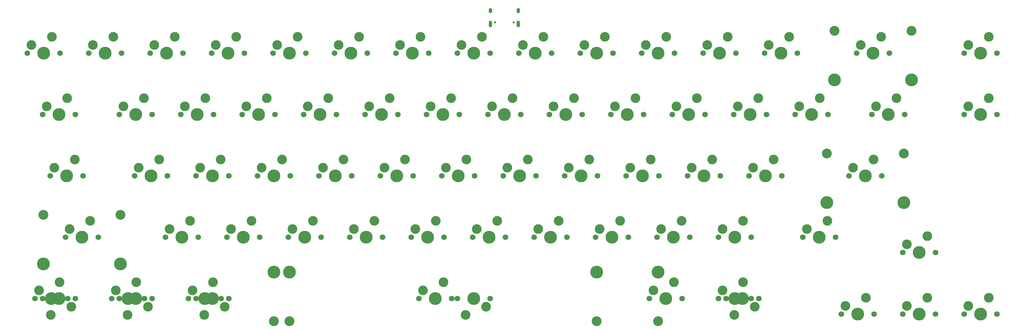
<source format=gts>
%TF.GenerationSoftware,KiCad,Pcbnew,(6.0.10)*%
%TF.CreationDate,2023-05-22T00:42:52-07:00*%
%TF.ProjectId,LFK2,4c464b32-2e6b-4696-9361-645f70636258,rev?*%
%TF.SameCoordinates,Original*%
%TF.FileFunction,Soldermask,Top*%
%TF.FilePolarity,Negative*%
%FSLAX46Y46*%
G04 Gerber Fmt 4.6, Leading zero omitted, Abs format (unit mm)*
G04 Created by KiCad (PCBNEW (6.0.10)) date 2023-05-22 00:42:52*
%MOMM*%
%LPD*%
G01*
G04 APERTURE LIST*
%ADD10C,3.000000*%
%ADD11C,3.987800*%
%ADD12C,1.750000*%
%ADD13C,3.048000*%
%ADD14C,0.650000*%
%ADD15O,1.000000X1.600000*%
%ADD16O,1.000000X2.100000*%
G04 APERTURE END LIST*
D10*
X91122500Y-138430000D03*
D11*
X93662500Y-133350000D03*
D10*
X97472500Y-135890000D03*
D12*
X98742500Y-133350000D03*
X88582500Y-133350000D03*
X260667500Y-57150000D03*
D11*
X255587500Y-57150000D03*
D10*
X251777500Y-54610000D03*
D12*
X250507500Y-57150000D03*
D10*
X258127500Y-52070000D03*
D12*
X232092500Y-76200000D03*
X221932500Y-76200000D03*
D10*
X223202500Y-73660000D03*
D11*
X227012500Y-76200000D03*
D10*
X229552500Y-71120000D03*
X74771250Y-90170000D03*
D12*
X67151250Y-95250000D03*
D11*
X72231250Y-95250000D03*
D10*
X68421250Y-92710000D03*
D12*
X77311250Y-95250000D03*
D10*
X260508750Y-128270000D03*
X254158750Y-130810000D03*
D11*
X257968750Y-133350000D03*
D12*
X263048750Y-133350000D03*
X252888750Y-133350000D03*
X308292500Y-76200000D03*
D10*
X305752500Y-71120000D03*
X299402500Y-73660000D03*
D12*
X298132500Y-76200000D03*
D11*
X303212500Y-76200000D03*
D10*
X117633750Y-128270000D03*
D11*
X115093750Y-133350000D03*
D10*
X111283750Y-130810000D03*
D12*
X110013750Y-133350000D03*
X120173750Y-133350000D03*
D10*
X247015000Y-92710000D03*
X253365000Y-90170000D03*
D11*
X250825000Y-95250000D03*
D12*
X245745000Y-95250000D03*
X255905000Y-95250000D03*
D11*
X165100000Y-114300000D03*
D12*
X160020000Y-114300000D03*
D10*
X167640000Y-109220000D03*
X161290000Y-111760000D03*
D12*
X170180000Y-114300000D03*
X151130000Y-114300000D03*
X140970000Y-114300000D03*
D10*
X148590000Y-109220000D03*
D11*
X146050000Y-114300000D03*
D10*
X142240000Y-111760000D03*
X215265000Y-90170000D03*
D11*
X212725000Y-95250000D03*
D10*
X208915000Y-92710000D03*
D12*
X217805000Y-95250000D03*
X207645000Y-95250000D03*
D11*
X91281250Y-133350000D03*
D12*
X96361250Y-133350000D03*
D10*
X87471250Y-130810000D03*
X93821250Y-128270000D03*
D12*
X86201250Y-133350000D03*
X284480000Y-114300000D03*
D10*
X275590000Y-111760000D03*
X281940000Y-109220000D03*
D11*
X279400000Y-114300000D03*
D12*
X274320000Y-114300000D03*
D10*
X313690000Y-135572500D03*
D12*
X312420000Y-138112500D03*
X322580000Y-138112500D03*
D10*
X320040000Y-133032500D03*
D11*
X317500000Y-138112500D03*
D10*
X108902500Y-73660000D03*
D12*
X117792500Y-76200000D03*
D10*
X115252500Y-71120000D03*
D11*
X112712500Y-76200000D03*
D12*
X107632500Y-76200000D03*
X122555000Y-95250000D03*
X112395000Y-95250000D03*
D11*
X117475000Y-95250000D03*
D10*
X120015000Y-90170000D03*
X113665000Y-92710000D03*
X70008750Y-128270000D03*
D12*
X72548750Y-133350000D03*
D10*
X63658750Y-130810000D03*
D11*
X67468750Y-133350000D03*
D12*
X62388750Y-133350000D03*
X236855000Y-95250000D03*
X226695000Y-95250000D03*
D10*
X234315000Y-90170000D03*
X227965000Y-92710000D03*
D11*
X231775000Y-95250000D03*
D12*
X74930000Y-76200000D03*
D10*
X66040000Y-73660000D03*
D12*
X64770000Y-76200000D03*
D11*
X69850000Y-76200000D03*
D10*
X72390000Y-71120000D03*
X194627500Y-54610000D03*
X200977500Y-52070000D03*
D12*
X193357500Y-57150000D03*
D11*
X198437500Y-57150000D03*
D12*
X203517500Y-57150000D03*
D11*
X274637500Y-57150000D03*
D12*
X279717500Y-57150000D03*
D10*
X270827500Y-54610000D03*
D12*
X269557500Y-57150000D03*
D10*
X277177500Y-52070000D03*
X166052500Y-73660000D03*
D12*
X174942500Y-76200000D03*
D11*
X169862500Y-76200000D03*
D12*
X164782500Y-76200000D03*
D10*
X172402500Y-71120000D03*
X127952500Y-73660000D03*
D12*
X126682500Y-76200000D03*
X136842500Y-76200000D03*
D10*
X134302500Y-71120000D03*
D11*
X131762500Y-76200000D03*
D10*
X224790000Y-109220000D03*
X218440000Y-111760000D03*
D11*
X222250000Y-114300000D03*
D12*
X217170000Y-114300000D03*
X227330000Y-114300000D03*
X98107500Y-57150000D03*
D11*
X103187500Y-57150000D03*
D10*
X99377500Y-54610000D03*
X105727500Y-52070000D03*
D12*
X108267500Y-57150000D03*
X179705000Y-95250000D03*
D10*
X177165000Y-90170000D03*
D11*
X174625000Y-95250000D03*
D10*
X170815000Y-92710000D03*
D12*
X169545000Y-95250000D03*
D11*
X336550000Y-138112500D03*
D12*
X341630000Y-138112500D03*
D10*
X339090000Y-133032500D03*
D12*
X331470000Y-138112500D03*
D10*
X332740000Y-135572500D03*
D12*
X341630000Y-119053915D03*
X331470000Y-119053915D03*
D11*
X336550000Y-119053915D03*
D10*
X332740000Y-116513915D03*
X339090000Y-113973915D03*
D11*
X117475000Y-133350000D03*
D10*
X121285000Y-135890000D03*
D12*
X112395000Y-133350000D03*
D10*
X114935000Y-138430000D03*
D12*
X122555000Y-133350000D03*
D10*
X358140000Y-52070000D03*
D12*
X360680000Y-57150000D03*
D11*
X355600000Y-57150000D03*
D12*
X350520000Y-57150000D03*
D10*
X351790000Y-54610000D03*
X323215000Y-73660000D03*
D11*
X327025000Y-76200000D03*
D12*
X332105000Y-76200000D03*
X321945000Y-76200000D03*
D10*
X329565000Y-71120000D03*
X351790000Y-135572500D03*
X358140000Y-133032500D03*
D12*
X360680000Y-138112500D03*
D11*
X355600000Y-138112500D03*
D12*
X350520000Y-138112500D03*
D10*
X266065000Y-92710000D03*
D12*
X264795000Y-95250000D03*
D10*
X272415000Y-90170000D03*
D11*
X269875000Y-95250000D03*
D12*
X274955000Y-95250000D03*
D10*
X73660000Y-135890000D03*
D12*
X74930000Y-133350000D03*
D11*
X69850000Y-133350000D03*
D12*
X64770000Y-133350000D03*
D10*
X67310000Y-138430000D03*
X280352500Y-73660000D03*
D12*
X289242500Y-76200000D03*
D11*
X284162500Y-76200000D03*
D12*
X279082500Y-76200000D03*
D10*
X286702500Y-71120000D03*
D12*
X251142500Y-76200000D03*
X240982500Y-76200000D03*
D10*
X242252500Y-73660000D03*
X248602500Y-71120000D03*
D11*
X246062500Y-76200000D03*
D10*
X324802500Y-52070000D03*
D11*
X334200500Y-65405000D03*
D13*
X334200500Y-50165000D03*
D10*
X318452500Y-54610000D03*
D12*
X317182500Y-57150000D03*
D13*
X310324500Y-50165000D03*
D11*
X322262500Y-57150000D03*
D12*
X327342500Y-57150000D03*
D11*
X310324500Y-65405000D03*
D10*
X175577500Y-54610000D03*
D12*
X174307500Y-57150000D03*
D10*
X181927500Y-52070000D03*
D12*
X184467500Y-57150000D03*
D11*
X179387500Y-57150000D03*
D10*
X100965000Y-90170000D03*
X94615000Y-92710000D03*
D11*
X98425000Y-95250000D03*
D12*
X93345000Y-95250000D03*
X103505000Y-95250000D03*
X136207500Y-57150000D03*
D11*
X141287500Y-57150000D03*
D12*
X146367500Y-57150000D03*
D10*
X137477500Y-54610000D03*
X143827500Y-52070000D03*
D11*
X107950000Y-114300000D03*
D10*
X110490000Y-109220000D03*
X104140000Y-111760000D03*
D12*
X102870000Y-114300000D03*
X113030000Y-114300000D03*
D10*
X67627500Y-52070000D03*
D11*
X65087500Y-57150000D03*
D12*
X60007500Y-57150000D03*
X70167500Y-57150000D03*
D10*
X61277500Y-54610000D03*
X153352500Y-71120000D03*
X147002500Y-73660000D03*
D12*
X155892500Y-76200000D03*
X145732500Y-76200000D03*
D11*
X150812500Y-76200000D03*
D12*
X212407500Y-57150000D03*
D11*
X217487500Y-57150000D03*
D10*
X220027500Y-52070000D03*
X213677500Y-54610000D03*
D12*
X222567500Y-57150000D03*
D11*
X184150000Y-114300000D03*
D10*
X186690000Y-109220000D03*
D12*
X189230000Y-114300000D03*
X179070000Y-114300000D03*
D10*
X180340000Y-111760000D03*
D12*
X310673750Y-114300000D03*
D11*
X305593750Y-114300000D03*
D10*
X308133750Y-109220000D03*
D12*
X300513750Y-114300000D03*
D10*
X301783750Y-111760000D03*
D12*
X286843497Y-133350000D03*
D10*
X279223497Y-138430000D03*
X285573497Y-135890000D03*
D12*
X276683497Y-133350000D03*
D11*
X281763497Y-133350000D03*
X186531250Y-133350000D03*
D12*
X191611250Y-133350000D03*
D10*
X182721250Y-130810000D03*
X189071250Y-128270000D03*
D11*
X136531350Y-125095000D03*
D12*
X181451250Y-133350000D03*
D13*
X236531150Y-140335000D03*
X136531350Y-140335000D03*
D11*
X236531150Y-125095000D03*
D10*
X232727500Y-54610000D03*
X239077500Y-52070000D03*
D11*
X236537500Y-57150000D03*
D12*
X231457500Y-57150000D03*
X241617500Y-57150000D03*
D10*
X204152500Y-73660000D03*
D12*
X213042500Y-76200000D03*
X202882500Y-76200000D03*
D10*
X210502500Y-71120000D03*
D11*
X207962500Y-76200000D03*
D12*
X98742500Y-76200000D03*
D10*
X96202500Y-71120000D03*
D11*
X93662500Y-76200000D03*
D10*
X89852500Y-73660000D03*
D12*
X88582500Y-76200000D03*
X265430000Y-114300000D03*
D10*
X256540000Y-111760000D03*
D12*
X255270000Y-114300000D03*
D11*
X260350000Y-114300000D03*
D10*
X262890000Y-109220000D03*
D12*
X193357500Y-133350000D03*
D11*
X198437500Y-133350000D03*
D13*
X255587500Y-140335000D03*
D11*
X141287500Y-125095000D03*
X255587500Y-125095000D03*
D12*
X203517500Y-133350000D03*
D10*
X195897500Y-138430000D03*
X202247500Y-135890000D03*
D13*
X141287500Y-140335000D03*
D12*
X298767500Y-57150000D03*
X288607500Y-57150000D03*
D11*
X293687500Y-57150000D03*
D10*
X289877500Y-54610000D03*
X296227500Y-52070000D03*
X123190000Y-111760000D03*
D12*
X121920000Y-114300000D03*
D11*
X127000000Y-114300000D03*
D12*
X132080000Y-114300000D03*
D10*
X129540000Y-109220000D03*
X158115000Y-90170000D03*
D12*
X160655000Y-95250000D03*
D11*
X155575000Y-95250000D03*
D10*
X151765000Y-92710000D03*
D12*
X150495000Y-95250000D03*
X198120000Y-114300000D03*
D11*
X203200000Y-114300000D03*
D10*
X205740000Y-109220000D03*
X199390000Y-111760000D03*
D12*
X208280000Y-114300000D03*
X198755000Y-95250000D03*
D10*
X189865000Y-92710000D03*
D11*
X193675000Y-95250000D03*
D12*
X188595000Y-95250000D03*
D10*
X196215000Y-90170000D03*
D13*
X331819250Y-88265000D03*
D12*
X314801250Y-95250000D03*
D11*
X319881250Y-95250000D03*
X307943250Y-103505000D03*
X331819250Y-103505000D03*
D13*
X307943250Y-88265000D03*
D12*
X324961250Y-95250000D03*
D10*
X316071250Y-92710000D03*
X322421250Y-90170000D03*
D11*
X136525000Y-95250000D03*
D10*
X139065000Y-90170000D03*
X132715000Y-92710000D03*
D12*
X141605000Y-95250000D03*
X131445000Y-95250000D03*
D11*
X288925000Y-95250000D03*
D10*
X291465000Y-90170000D03*
D12*
X294005000Y-95250000D03*
X283845000Y-95250000D03*
D10*
X285115000Y-92710000D03*
D12*
X274320000Y-133350000D03*
X284480000Y-133350000D03*
D10*
X281940000Y-128270000D03*
X275590000Y-130810000D03*
D11*
X279400000Y-133350000D03*
X265112500Y-76200000D03*
D10*
X267652500Y-71120000D03*
X261302500Y-73660000D03*
D12*
X270192500Y-76200000D03*
X260032500Y-76200000D03*
D10*
X185102500Y-73660000D03*
D12*
X183832500Y-76200000D03*
D10*
X191452500Y-71120000D03*
D12*
X193992500Y-76200000D03*
D11*
X188912500Y-76200000D03*
X122237500Y-57150000D03*
D10*
X124777500Y-52070000D03*
X118427500Y-54610000D03*
D12*
X117157500Y-57150000D03*
X127317500Y-57150000D03*
D11*
X160337500Y-57150000D03*
D12*
X165417500Y-57150000D03*
D10*
X162877500Y-52070000D03*
D12*
X155257500Y-57150000D03*
D10*
X156527500Y-54610000D03*
X86677500Y-52070000D03*
X80327500Y-54610000D03*
D12*
X79057500Y-57150000D03*
X89217500Y-57150000D03*
D11*
X84137500Y-57150000D03*
D10*
X351790000Y-73660000D03*
D11*
X355600000Y-76200000D03*
D12*
X350520000Y-76200000D03*
X360680000Y-76200000D03*
D10*
X358140000Y-71120000D03*
D12*
X246380000Y-114300000D03*
X236220000Y-114300000D03*
D10*
X237490000Y-111760000D03*
D11*
X241300000Y-114300000D03*
D10*
X243840000Y-109220000D03*
D12*
X71913750Y-114300000D03*
D13*
X65055750Y-107315000D03*
D11*
X76993750Y-114300000D03*
D10*
X73183750Y-111760000D03*
D13*
X88931750Y-107315000D03*
D10*
X79533750Y-109220000D03*
D11*
X65055750Y-122555000D03*
X88931750Y-122555000D03*
D12*
X82073750Y-114300000D03*
D14*
X210852500Y-47525000D03*
X205072500Y-47525000D03*
D15*
X203642500Y-43875000D03*
D16*
X203642500Y-48055000D03*
X212282500Y-48055000D03*
D15*
X212282500Y-43875000D03*
M02*

</source>
